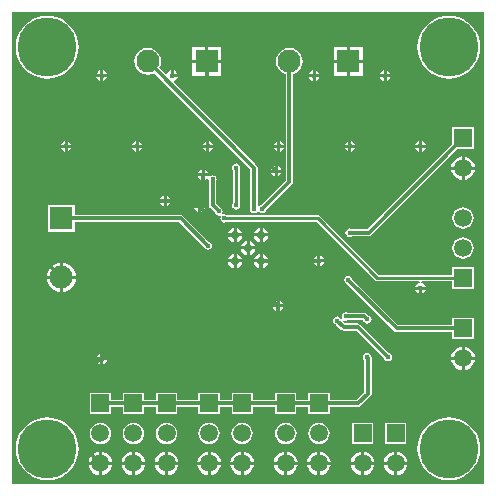
<source format=gbl>
G04*
G04 #@! TF.GenerationSoftware,Altium Limited,Altium Designer,21.7.2 (23)*
G04*
G04 Layer_Physical_Order=2*
G04 Layer_Color=16711680*
%FSLAX25Y25*%
%MOIN*%
G70*
G04*
G04 #@! TF.SameCoordinates,D7E17CD3-6D55-4483-A905-566B995BA5DE*
G04*
G04*
G04 #@! TF.FilePolarity,Positive*
G04*
G01*
G75*
%ADD11C,0.01000*%
%ADD36C,0.01181*%
%ADD37C,0.05906*%
%ADD38R,0.05906X0.05906*%
%ADD39C,0.07677*%
%ADD40R,0.07677X0.07677*%
%ADD41R,0.07677X0.07677*%
%ADD42C,0.19685*%
%ADD43C,0.01575*%
%ADD44C,0.02756*%
G36*
X157480Y0D02*
X0D01*
Y157480D01*
X157480D01*
Y0D01*
D02*
G37*
%LPC*%
G36*
X117044Y145783D02*
X112706D01*
Y141445D01*
X117044D01*
Y145783D01*
D02*
G37*
G36*
X111706D02*
X107367D01*
Y141445D01*
X111706D01*
Y145783D01*
D02*
G37*
G36*
X69799Y145783D02*
X65461D01*
Y141445D01*
X69799D01*
Y145783D01*
D02*
G37*
G36*
X64461D02*
X60122D01*
Y141445D01*
X64461D01*
Y145783D01*
D02*
G37*
G36*
X124909Y137943D02*
Y136721D01*
X126132D01*
X126093Y136918D01*
X125698Y137509D01*
X125107Y137904D01*
X124909Y137943D01*
D02*
G37*
G36*
X123909D02*
X123712Y137904D01*
X123121Y137509D01*
X122726Y136918D01*
X122687Y136721D01*
X123909D01*
Y137943D01*
D02*
G37*
G36*
X101287D02*
Y136721D01*
X102510D01*
X102471Y136918D01*
X102076Y137509D01*
X101485Y137904D01*
X101287Y137943D01*
D02*
G37*
G36*
X100287D02*
X100090Y137904D01*
X99499Y137509D01*
X99104Y136918D01*
X99064Y136721D01*
X100287D01*
Y137943D01*
D02*
G37*
G36*
X54043D02*
Y136721D01*
X55266D01*
X55227Y136918D01*
X54832Y137509D01*
X54241Y137904D01*
X54043Y137943D01*
D02*
G37*
G36*
X30421D02*
Y136721D01*
X31644D01*
X31605Y136918D01*
X31210Y137509D01*
X30619Y137904D01*
X30421Y137943D01*
D02*
G37*
G36*
X29421D02*
X29224Y137904D01*
X28633Y137509D01*
X28238Y136918D01*
X28198Y136721D01*
X29421D01*
Y137943D01*
D02*
G37*
G36*
X117044Y140445D02*
X112706D01*
Y136106D01*
X117044D01*
Y140445D01*
D02*
G37*
G36*
X111706D02*
X107367D01*
Y136106D01*
X111706D01*
Y140445D01*
D02*
G37*
G36*
X69799Y140445D02*
X65461D01*
Y136106D01*
X69799D01*
Y140445D01*
D02*
G37*
G36*
X64461D02*
X60122D01*
Y136106D01*
X64461D01*
Y140445D01*
D02*
G37*
G36*
X145669Y156135D02*
X144032Y156006D01*
X142435Y155622D01*
X140918Y154994D01*
X139518Y154136D01*
X138269Y153069D01*
X137203Y151821D01*
X136345Y150420D01*
X135716Y148903D01*
X135333Y147306D01*
X135204Y145669D01*
X135333Y144032D01*
X135716Y142435D01*
X136345Y140918D01*
X137203Y139518D01*
X138269Y138269D01*
X139518Y137203D01*
X140918Y136345D01*
X142435Y135716D01*
X144032Y135333D01*
X145669Y135204D01*
X147306Y135333D01*
X148903Y135716D01*
X150420Y136345D01*
X151821Y137203D01*
X153069Y138269D01*
X154136Y139518D01*
X154994Y140918D01*
X155622Y142435D01*
X156006Y144032D01*
X156135Y145669D01*
X156006Y147306D01*
X155622Y148903D01*
X154994Y150420D01*
X154136Y151821D01*
X153069Y153069D01*
X151821Y154136D01*
X150420Y154994D01*
X148903Y155622D01*
X147306Y156006D01*
X145669Y156135D01*
D02*
G37*
G36*
X11811D02*
X10174Y156006D01*
X8577Y155622D01*
X7060Y154994D01*
X5660Y154136D01*
X4411Y153069D01*
X3344Y151821D01*
X2486Y150420D01*
X1858Y148903D01*
X1474Y147306D01*
X1346Y145669D01*
X1474Y144032D01*
X1858Y142435D01*
X2486Y140918D01*
X3344Y139518D01*
X4411Y138269D01*
X5660Y137203D01*
X7060Y136345D01*
X8577Y135716D01*
X10174Y135333D01*
X11811Y135204D01*
X13448Y135333D01*
X15045Y135716D01*
X16562Y136345D01*
X17962Y137203D01*
X19211Y138269D01*
X20278Y139518D01*
X21136Y140918D01*
X21764Y142435D01*
X22148Y144032D01*
X22276Y145669D01*
X22148Y147306D01*
X21764Y148903D01*
X21136Y150420D01*
X20278Y151821D01*
X19211Y153069D01*
X17962Y154136D01*
X16562Y154994D01*
X15045Y155622D01*
X13448Y156006D01*
X11811Y156135D01*
D02*
G37*
G36*
X126132Y135721D02*
X124909D01*
Y134497D01*
X125107Y134537D01*
X125698Y134932D01*
X126093Y135523D01*
X126132Y135721D01*
D02*
G37*
G36*
X123909D02*
X122687D01*
X122726Y135523D01*
X123121Y134932D01*
X123712Y134537D01*
X123909Y134497D01*
Y135721D01*
D02*
G37*
G36*
X102510D02*
X101287D01*
Y134497D01*
X101485Y134537D01*
X102076Y134932D01*
X102471Y135523D01*
X102510Y135721D01*
D02*
G37*
G36*
X100287D02*
X99064D01*
X99104Y135523D01*
X99499Y134932D01*
X100090Y134537D01*
X100287Y134497D01*
Y135721D01*
D02*
G37*
G36*
X31644D02*
X30421D01*
Y134497D01*
X30619Y134537D01*
X31210Y134932D01*
X31605Y135523D01*
X31644Y135721D01*
D02*
G37*
G36*
X29421D02*
X28198D01*
X28238Y135523D01*
X28633Y134932D01*
X29224Y134537D01*
X29421Y134497D01*
Y135721D01*
D02*
G37*
G36*
X136721Y114321D02*
Y113099D01*
X137943D01*
X137904Y113296D01*
X137509Y113887D01*
X136918Y114282D01*
X136721Y114321D01*
D02*
G37*
G36*
X135721D02*
X135523Y114282D01*
X134932Y113887D01*
X134537Y113296D01*
X134497Y113099D01*
X135721D01*
Y114321D01*
D02*
G37*
G36*
X113099D02*
Y113099D01*
X114321D01*
X114282Y113296D01*
X113887Y113887D01*
X113296Y114282D01*
X113099Y114321D01*
D02*
G37*
G36*
X112099D02*
X111901Y114282D01*
X111310Y113887D01*
X110915Y113296D01*
X110875Y113099D01*
X112099D01*
Y114321D01*
D02*
G37*
G36*
X89476D02*
Y113099D01*
X90699D01*
X90660Y113296D01*
X90265Y113887D01*
X89674Y114282D01*
X89476Y114321D01*
D02*
G37*
G36*
X88476D02*
X88279Y114282D01*
X87688Y113887D01*
X87293Y113296D01*
X87253Y113099D01*
X88476D01*
Y114321D01*
D02*
G37*
G36*
X65854D02*
Y113099D01*
X67077D01*
X67038Y113296D01*
X66643Y113887D01*
X66052Y114282D01*
X65854Y114321D01*
D02*
G37*
G36*
X64854D02*
X64657Y114282D01*
X64066Y113887D01*
X63671Y113296D01*
X63631Y113099D01*
X64854D01*
Y114321D01*
D02*
G37*
G36*
X42232D02*
Y113099D01*
X43455D01*
X43416Y113296D01*
X43021Y113887D01*
X42430Y114282D01*
X42232Y114321D01*
D02*
G37*
G36*
X41232D02*
X41035Y114282D01*
X40444Y113887D01*
X40049Y113296D01*
X40009Y113099D01*
X41232D01*
Y114321D01*
D02*
G37*
G36*
X18610D02*
Y113099D01*
X19833D01*
X19794Y113296D01*
X19399Y113887D01*
X18808Y114282D01*
X18610Y114321D01*
D02*
G37*
G36*
X17610D02*
X17413Y114282D01*
X16822Y113887D01*
X16427Y113296D01*
X16387Y113099D01*
X17610D01*
Y114321D01*
D02*
G37*
G36*
X137943Y112099D02*
X136721D01*
Y110875D01*
X136918Y110915D01*
X137509Y111310D01*
X137904Y111901D01*
X137943Y112099D01*
D02*
G37*
G36*
X135721D02*
X134497D01*
X134537Y111901D01*
X134932Y111310D01*
X135523Y110915D01*
X135721Y110875D01*
Y112099D01*
D02*
G37*
G36*
X114321D02*
X113099D01*
Y110875D01*
X113296Y110915D01*
X113887Y111310D01*
X114282Y111901D01*
X114321Y112099D01*
D02*
G37*
G36*
X112099D02*
X110875D01*
X110915Y111901D01*
X111310Y111310D01*
X111901Y110915D01*
X112099Y110875D01*
Y112099D01*
D02*
G37*
G36*
X90699D02*
X89476D01*
Y110875D01*
X89674Y110915D01*
X90265Y111310D01*
X90660Y111901D01*
X90699Y112099D01*
D02*
G37*
G36*
X88476D02*
X87253D01*
X87293Y111901D01*
X87688Y111310D01*
X88279Y110915D01*
X88476Y110875D01*
Y112099D01*
D02*
G37*
G36*
X67077D02*
X65854D01*
Y110875D01*
X66052Y110915D01*
X66643Y111310D01*
X67038Y111901D01*
X67077Y112099D01*
D02*
G37*
G36*
X64854D02*
X63631D01*
X63671Y111901D01*
X64066Y111310D01*
X64657Y110915D01*
X64854Y110875D01*
Y112099D01*
D02*
G37*
G36*
X43455D02*
X42232D01*
Y110875D01*
X42430Y110915D01*
X43021Y111310D01*
X43416Y111901D01*
X43455Y112099D01*
D02*
G37*
G36*
X41232D02*
X40009D01*
X40049Y111901D01*
X40444Y111310D01*
X41035Y110915D01*
X41232Y110875D01*
Y112099D01*
D02*
G37*
G36*
X19833D02*
X18610D01*
Y110875D01*
X18808Y110915D01*
X19399Y111310D01*
X19794Y111901D01*
X19833Y112099D01*
D02*
G37*
G36*
X17610D02*
X16387D01*
X16427Y111901D01*
X16822Y111310D01*
X17413Y110915D01*
X17610Y110875D01*
Y112099D01*
D02*
G37*
G36*
X150894Y109275D02*
Y105854D01*
X154315D01*
X154245Y106386D01*
X153846Y107348D01*
X153213Y108174D01*
X152387Y108807D01*
X151426Y109205D01*
X150894Y109275D01*
D02*
G37*
G36*
X149894D02*
X149362Y109205D01*
X148400Y108807D01*
X147575Y108174D01*
X146941Y107348D01*
X146543Y106386D01*
X146473Y105854D01*
X149894D01*
Y109275D01*
D02*
G37*
G36*
X88689Y106054D02*
Y104831D01*
X89912D01*
X89873Y105028D01*
X89478Y105619D01*
X88886Y106014D01*
X88689Y106054D01*
D02*
G37*
G36*
X87689D02*
X87492Y106014D01*
X86900Y105619D01*
X86505Y105028D01*
X86466Y104831D01*
X87689D01*
Y106054D01*
D02*
G37*
G36*
X64280Y104873D02*
Y103650D01*
X65503D01*
X65463Y103847D01*
X65068Y104438D01*
X64477Y104833D01*
X64280Y104873D01*
D02*
G37*
G36*
X63279D02*
X63082Y104833D01*
X62491Y104438D01*
X62096Y103847D01*
X62057Y103650D01*
X63279D01*
Y104873D01*
D02*
G37*
G36*
X66929Y102980D02*
X66391Y102873D01*
X66005Y102615D01*
X65914Y102650D01*
X64280D01*
Y101427D01*
X64477Y101466D01*
X65068Y101861D01*
X65073Y101868D01*
X65544Y101672D01*
X65524Y101575D01*
X65631Y101037D01*
X65725Y100897D01*
Y92913D01*
X65725Y92913D01*
X65817Y92453D01*
X66078Y92062D01*
X67567Y90573D01*
X67600Y90407D01*
X67904Y89951D01*
X68360Y89647D01*
X68898Y89540D01*
X69301Y89620D01*
X69609Y89265D01*
X69631Y89215D01*
X69568Y89120D01*
X69461Y88583D01*
X69568Y88045D01*
X69873Y87589D01*
X70328Y87285D01*
X70866Y87178D01*
X71404Y87285D01*
X71682Y87471D01*
X101508D01*
X121025Y67954D01*
X121386Y67713D01*
X121811Y67628D01*
X135792D01*
X135969Y67202D01*
X135974Y67154D01*
X135523Y67038D01*
X134932Y66643D01*
X134537Y66052D01*
X134497Y65854D01*
X137943D01*
X137904Y66052D01*
X137509Y66643D01*
X136918Y67038D01*
X136467Y67154D01*
X136472Y67202D01*
X136649Y67628D01*
X146850D01*
Y65197D01*
X153937D01*
Y72284D01*
X146850D01*
Y69852D01*
X122272D01*
X102755Y89369D01*
X102394Y89610D01*
X101969Y89695D01*
X101969Y89695D01*
X71682D01*
X71404Y89881D01*
X70866Y89988D01*
X70463Y89907D01*
X70155Y90263D01*
X70132Y90313D01*
X70196Y90407D01*
X70303Y90945D01*
X70196Y91483D01*
X69891Y91938D01*
X69435Y92243D01*
X69270Y92276D01*
X68133Y93412D01*
Y100897D01*
X68227Y101037D01*
X68334Y101575D01*
X68227Y102112D01*
X67923Y102568D01*
X67467Y102873D01*
X66929Y102980D01*
D02*
G37*
G36*
X89912Y103831D02*
X88689D01*
Y102608D01*
X88886Y102647D01*
X89478Y103042D01*
X89873Y103633D01*
X89912Y103831D01*
D02*
G37*
G36*
X87689D02*
X86466D01*
X86505Y103633D01*
X86900Y103042D01*
X87492Y102647D01*
X87689Y102608D01*
Y103831D01*
D02*
G37*
G36*
X154315Y104854D02*
X150894D01*
Y101433D01*
X151426Y101503D01*
X152387Y101902D01*
X153213Y102535D01*
X153846Y103361D01*
X154245Y104323D01*
X154315Y104854D01*
D02*
G37*
G36*
X149894D02*
X146473D01*
X146543Y104323D01*
X146941Y103361D01*
X147575Y102535D01*
X148400Y101902D01*
X149362Y101503D01*
X149894Y101433D01*
Y104854D01*
D02*
G37*
G36*
X63279Y102650D02*
X62057D01*
X62096Y102452D01*
X62491Y101861D01*
X63082Y101466D01*
X63279Y101427D01*
Y102650D01*
D02*
G37*
G36*
X51681Y96211D02*
Y94988D01*
X52904D01*
X52865Y95186D01*
X52470Y95777D01*
X51878Y96172D01*
X51681Y96211D01*
D02*
G37*
G36*
X50681D02*
X50484Y96172D01*
X49893Y95777D01*
X49497Y95186D01*
X49458Y94988D01*
X50681D01*
Y96211D01*
D02*
G37*
G36*
X63098Y94243D02*
Y93020D01*
X64321D01*
X64282Y93217D01*
X63887Y93808D01*
X63296Y94203D01*
X63098Y94243D01*
D02*
G37*
G36*
X62098D02*
X61901Y94203D01*
X61310Y93808D01*
X60915Y93217D01*
X60875Y93020D01*
X62098D01*
Y94243D01*
D02*
G37*
G36*
X52904Y93988D02*
X51681D01*
Y92765D01*
X51878Y92804D01*
X52470Y93199D01*
X52865Y93791D01*
X52904Y93988D01*
D02*
G37*
G36*
X50681D02*
X49458D01*
X49497Y93791D01*
X49893Y93199D01*
X50484Y92804D01*
X50681Y92765D01*
Y93988D01*
D02*
G37*
G36*
X92521Y145412D02*
X91364Y145260D01*
X90287Y144814D01*
X89362Y144104D01*
X88652Y143179D01*
X88205Y142101D01*
X88053Y140945D01*
X88205Y139789D01*
X88652Y138711D01*
X89362Y137786D01*
X90287Y137076D01*
X91316Y136650D01*
Y101287D01*
X83092Y93063D01*
X82927Y93030D01*
X82471Y92726D01*
X82413Y92639D01*
X81913Y92790D01*
Y105512D01*
X81821Y105973D01*
X81560Y106363D01*
X53954Y133970D01*
X54118Y134512D01*
X54241Y134537D01*
X54832Y134932D01*
X55227Y135523D01*
X55266Y135721D01*
X53543D01*
Y136221D01*
X53043D01*
Y137943D01*
X52846Y137904D01*
X52255Y137509D01*
X51860Y136918D01*
X51835Y136795D01*
X51293Y136631D01*
X49164Y138759D01*
X49591Y139789D01*
X49743Y140945D01*
X49591Y142101D01*
X49145Y143179D01*
X48434Y144104D01*
X47509Y144814D01*
X46432Y145260D01*
X45276Y145412D01*
X44119Y145260D01*
X43042Y144814D01*
X42117Y144104D01*
X41407Y143179D01*
X40960Y142101D01*
X40808Y140945D01*
X40960Y139789D01*
X41407Y138711D01*
X42117Y137786D01*
X43042Y137076D01*
X44119Y136630D01*
X45276Y136477D01*
X46432Y136630D01*
X47461Y137056D01*
X79504Y105013D01*
Y92410D01*
X79411Y92270D01*
X79304Y91732D01*
X79411Y91195D01*
X79715Y90739D01*
X80171Y90434D01*
X80709Y90327D01*
X81246Y90434D01*
X81702Y90739D01*
X81786Y90864D01*
X82387D01*
X82471Y90739D01*
X82927Y90434D01*
X83465Y90327D01*
X84002Y90434D01*
X84458Y90739D01*
X84763Y91195D01*
X84795Y91360D01*
X93372Y99937D01*
X93372Y99937D01*
X93633Y100328D01*
X93725Y100788D01*
X93725Y100788D01*
Y136650D01*
X94754Y137076D01*
X95679Y137786D01*
X96390Y138711D01*
X96836Y139789D01*
X96988Y140945D01*
X96836Y142101D01*
X96390Y143179D01*
X95679Y144104D01*
X94754Y144814D01*
X93677Y145260D01*
X92521Y145412D01*
D02*
G37*
G36*
X74803Y106917D02*
X74265Y106810D01*
X73810Y106505D01*
X73505Y106050D01*
X73398Y105512D01*
X73505Y104974D01*
X73691Y104696D01*
Y93730D01*
X73505Y93451D01*
X73398Y92913D01*
X73505Y92376D01*
X73810Y91920D01*
X74265Y91615D01*
X74803Y91508D01*
X75341Y91615D01*
X75797Y91920D01*
X76101Y92376D01*
X76208Y92913D01*
X76101Y93451D01*
X75915Y93730D01*
Y104696D01*
X76101Y104974D01*
X76208Y105512D01*
X76101Y106050D01*
X75797Y106505D01*
X75341Y106810D01*
X74803Y106917D01*
D02*
G37*
G36*
X64321Y92020D02*
X63098D01*
Y90797D01*
X63296Y90836D01*
X63887Y91231D01*
X64282Y91822D01*
X64321Y92020D01*
D02*
G37*
G36*
X62098D02*
X60875D01*
X60915Y91822D01*
X61310Y91231D01*
X61901Y90836D01*
X62098Y90797D01*
Y92020D01*
D02*
G37*
G36*
X150394Y92314D02*
X149469Y92192D01*
X148607Y91835D01*
X147867Y91267D01*
X147299Y90527D01*
X146942Y89665D01*
X146820Y88740D01*
X146942Y87815D01*
X147299Y86953D01*
X147867Y86213D01*
X148607Y85645D01*
X149469Y85288D01*
X150394Y85166D01*
X151319Y85288D01*
X152181Y85645D01*
X152921Y86213D01*
X153489Y86953D01*
X153846Y87815D01*
X153968Y88740D01*
X153846Y89665D01*
X153489Y90527D01*
X152921Y91267D01*
X152181Y91835D01*
X151319Y92192D01*
X150394Y92314D01*
D02*
G37*
G36*
X153937Y118898D02*
X146850D01*
Y113514D01*
X118399Y85062D01*
X113276D01*
X113136Y85156D01*
X112598Y85263D01*
X112061Y85156D01*
X111605Y84852D01*
X111300Y84396D01*
X111194Y83858D01*
X111300Y83321D01*
X111605Y82865D01*
X112061Y82560D01*
X112598Y82453D01*
X113136Y82560D01*
X113276Y82654D01*
X118898D01*
X118898Y82654D01*
X119359Y82746D01*
X119749Y83007D01*
X148553Y111811D01*
X153937D01*
Y118898D01*
D02*
G37*
G36*
X83571Y85396D02*
Y83571D01*
X85396D01*
X85311Y83999D01*
X84785Y84785D01*
X83999Y85311D01*
X83571Y85396D01*
D02*
G37*
G36*
X82571D02*
X82143Y85311D01*
X81357Y84785D01*
X80831Y83999D01*
X80746Y83571D01*
X82571D01*
Y85396D01*
D02*
G37*
G36*
X74910D02*
Y83571D01*
X76735D01*
X76649Y83999D01*
X76124Y84785D01*
X75337Y85311D01*
X74910Y85396D01*
D02*
G37*
G36*
X73909D02*
X73482Y85311D01*
X72695Y84785D01*
X72170Y83999D01*
X72084Y83571D01*
X73909D01*
Y85396D01*
D02*
G37*
G36*
X85396Y82571D02*
X83571D01*
Y80746D01*
X83999Y80831D01*
X84785Y81357D01*
X85311Y82143D01*
X85396Y82571D01*
D02*
G37*
G36*
X82571D02*
X80746D01*
X80831Y82143D01*
X81357Y81357D01*
X82143Y80831D01*
X82571Y80746D01*
Y82571D01*
D02*
G37*
G36*
X76735D02*
X74910D01*
Y80746D01*
X75337Y80831D01*
X76124Y81357D01*
X76649Y82143D01*
X76735Y82571D01*
D02*
G37*
G36*
X73909D02*
X72084D01*
X72170Y82143D01*
X72695Y81357D01*
X73482Y80831D01*
X73909Y80746D01*
Y82571D01*
D02*
G37*
G36*
X79240Y81065D02*
Y79240D01*
X81065D01*
X80980Y79668D01*
X80455Y80455D01*
X79668Y80980D01*
X79240Y81065D01*
D02*
G37*
G36*
X78240D02*
X77812Y80980D01*
X77026Y80455D01*
X76500Y79668D01*
X76415Y79240D01*
X78240D01*
Y81065D01*
D02*
G37*
G36*
X20965Y93013D02*
X12106D01*
Y84154D01*
X20965D01*
Y87379D01*
X55800D01*
X64023Y79155D01*
X64056Y78990D01*
X64361Y78534D01*
X64817Y78230D01*
X65354Y78123D01*
X65892Y78230D01*
X66348Y78534D01*
X66652Y78990D01*
X66759Y79528D01*
X66652Y80065D01*
X66348Y80521D01*
X65892Y80826D01*
X65726Y80858D01*
X57150Y89435D01*
X56759Y89696D01*
X56298Y89788D01*
X56298Y89788D01*
X20965D01*
Y93013D01*
D02*
G37*
G36*
X81065Y78240D02*
X79240D01*
Y76415D01*
X79668Y76500D01*
X80455Y77026D01*
X80980Y77812D01*
X81065Y78240D01*
D02*
G37*
G36*
X78240D02*
X76415D01*
X76500Y77812D01*
X77026Y77026D01*
X77812Y76500D01*
X78240Y76415D01*
Y78240D01*
D02*
G37*
G36*
X150394Y82314D02*
X149469Y82192D01*
X148607Y81835D01*
X147867Y81267D01*
X147299Y80527D01*
X146942Y79665D01*
X146820Y78740D01*
X146942Y77815D01*
X147299Y76953D01*
X147867Y76213D01*
X148607Y75645D01*
X149469Y75288D01*
X150394Y75166D01*
X151319Y75288D01*
X152181Y75645D01*
X152921Y76213D01*
X153489Y76953D01*
X153846Y77815D01*
X153968Y78740D01*
X153846Y79665D01*
X153489Y80527D01*
X152921Y81267D01*
X152181Y81835D01*
X151319Y82192D01*
X150394Y82314D01*
D02*
G37*
G36*
X102862Y76132D02*
Y74910D01*
X104085D01*
X104046Y75107D01*
X103651Y75698D01*
X103060Y76093D01*
X102862Y76132D01*
D02*
G37*
G36*
X101862D02*
X101665Y76093D01*
X101074Y75698D01*
X100679Y75107D01*
X100639Y74910D01*
X101862D01*
Y76132D01*
D02*
G37*
G36*
X83571Y76735D02*
Y74910D01*
X85396D01*
X85311Y75337D01*
X84785Y76124D01*
X83999Y76649D01*
X83571Y76735D01*
D02*
G37*
G36*
X82571D02*
X82143Y76649D01*
X81357Y76124D01*
X80831Y75337D01*
X80746Y74910D01*
X82571D01*
Y76735D01*
D02*
G37*
G36*
X74910D02*
Y74910D01*
X76735D01*
X76649Y75337D01*
X76124Y76124D01*
X75337Y76649D01*
X74910Y76735D01*
D02*
G37*
G36*
X73909D02*
X73482Y76649D01*
X72695Y76124D01*
X72170Y75337D01*
X72084Y74910D01*
X73909D01*
Y76735D01*
D02*
G37*
G36*
X104085Y73909D02*
X102862D01*
Y72686D01*
X103060Y72726D01*
X103651Y73121D01*
X104046Y73712D01*
X104085Y73909D01*
D02*
G37*
G36*
X101862D02*
X100639D01*
X100679Y73712D01*
X101074Y73121D01*
X101665Y72726D01*
X101862Y72686D01*
Y73909D01*
D02*
G37*
G36*
X85396D02*
X83571D01*
Y72084D01*
X83999Y72170D01*
X84785Y72695D01*
X85311Y73482D01*
X85396Y73909D01*
D02*
G37*
G36*
X82571D02*
X80746D01*
X80831Y73482D01*
X81357Y72695D01*
X82143Y72170D01*
X82571Y72084D01*
Y73909D01*
D02*
G37*
G36*
X76735D02*
X74910D01*
Y72084D01*
X75337Y72170D01*
X76124Y72695D01*
X76649Y73482D01*
X76735Y73909D01*
D02*
G37*
G36*
X73909D02*
X72084D01*
X72170Y73482D01*
X72695Y72695D01*
X73482Y72170D01*
X73909Y72084D01*
Y73909D01*
D02*
G37*
G36*
X17035Y73713D02*
Y69399D01*
X21350D01*
X21249Y70162D01*
X20762Y71339D01*
X19986Y72350D01*
X18976Y73125D01*
X17798Y73613D01*
X17035Y73713D01*
D02*
G37*
G36*
X16035D02*
X15272Y73613D01*
X14095Y73125D01*
X13084Y72350D01*
X12309Y71339D01*
X11821Y70162D01*
X11721Y69399D01*
X16035D01*
Y73713D01*
D02*
G37*
G36*
X21350Y68399D02*
X17035D01*
Y64084D01*
X17798Y64185D01*
X18976Y64672D01*
X19986Y65448D01*
X20762Y66458D01*
X21249Y67636D01*
X21350Y68399D01*
D02*
G37*
G36*
X16035D02*
X11721D01*
X11821Y67636D01*
X12309Y66458D01*
X13084Y65448D01*
X14095Y64672D01*
X15272Y64185D01*
X16035Y64084D01*
Y68399D01*
D02*
G37*
G36*
X137943Y64854D02*
X136721D01*
Y63631D01*
X136918Y63671D01*
X137509Y64066D01*
X137904Y64657D01*
X137943Y64854D01*
D02*
G37*
G36*
X135721D02*
X134497D01*
X134537Y64657D01*
X134932Y64066D01*
X135523Y63671D01*
X135721Y63631D01*
Y64854D01*
D02*
G37*
G36*
X89280Y61172D02*
Y59949D01*
X90503D01*
X90463Y60146D01*
X90068Y60738D01*
X89477Y61133D01*
X89280Y61172D01*
D02*
G37*
G36*
X88279D02*
X88082Y61133D01*
X87491Y60738D01*
X87096Y60146D01*
X87057Y59949D01*
X88279D01*
Y61172D01*
D02*
G37*
G36*
X90503Y58949D02*
X89280D01*
Y57726D01*
X89477Y57765D01*
X90068Y58160D01*
X90463Y58751D01*
X90503Y58949D01*
D02*
G37*
G36*
X88279D02*
X87057D01*
X87096Y58751D01*
X87491Y58160D01*
X88082Y57765D01*
X88279Y57726D01*
Y58949D01*
D02*
G37*
G36*
X111417Y57310D02*
X110880Y57204D01*
X110424Y56899D01*
X110119Y56443D01*
X110012Y55905D01*
X110119Y55368D01*
X109686Y55180D01*
X109458Y55521D01*
X109002Y55826D01*
X108465Y55932D01*
X107927Y55826D01*
X107471Y55521D01*
X107167Y55065D01*
X107060Y54528D01*
X107167Y53990D01*
X107471Y53534D01*
X107927Y53230D01*
X108092Y53197D01*
X109778Y51511D01*
X110169Y51250D01*
X110630Y51158D01*
X114856D01*
X124063Y41951D01*
X124096Y41785D01*
X124400Y41329D01*
X124856Y41025D01*
X125394Y40918D01*
X125931Y41025D01*
X126387Y41329D01*
X126692Y41785D01*
X126799Y42323D01*
X126692Y42860D01*
X126387Y43316D01*
X125931Y43621D01*
X125766Y43654D01*
X116206Y53214D01*
X115815Y53475D01*
X115354Y53566D01*
X115354Y53566D01*
X111129D01*
X110305Y54390D01*
X110624Y54778D01*
X110880Y54607D01*
X111417Y54501D01*
X111955Y54607D01*
X112095Y54701D01*
X116914D01*
X117200Y54416D01*
X117206Y54384D01*
X117510Y53928D01*
X117966Y53623D01*
X118504Y53516D01*
X119042Y53623D01*
X119497Y53928D01*
X119802Y54384D01*
X119909Y54921D01*
X119802Y55459D01*
X119497Y55915D01*
X119042Y56219D01*
X118743Y56279D01*
X118265Y56757D01*
X117874Y57018D01*
X117413Y57110D01*
X117413Y57110D01*
X112095D01*
X111955Y57204D01*
X111417Y57310D01*
D02*
G37*
G36*
X112205Y69515D02*
X111667Y69408D01*
X111211Y69104D01*
X110907Y68648D01*
X110800Y68110D01*
X110907Y67573D01*
X111211Y67117D01*
X111667Y66812D01*
X111833Y66779D01*
X127495Y51117D01*
X127495Y51117D01*
X127886Y50856D01*
X128347Y50764D01*
X128347Y50764D01*
X146850D01*
Y48425D01*
X153937D01*
Y55512D01*
X146850D01*
Y53173D01*
X128845D01*
X113536Y68482D01*
X113503Y68648D01*
X113198Y69104D01*
X112742Y69408D01*
X112205Y69515D01*
D02*
G37*
G36*
X150894Y45889D02*
Y42469D01*
X154315D01*
X154245Y43000D01*
X153846Y43962D01*
X153213Y44788D01*
X152387Y45421D01*
X151426Y45820D01*
X150894Y45889D01*
D02*
G37*
G36*
X149894D02*
X149362Y45820D01*
X148400Y45421D01*
X147575Y44788D01*
X146941Y43962D01*
X146543Y43000D01*
X146473Y42469D01*
X149894D01*
Y45889D01*
D02*
G37*
G36*
X30421Y43455D02*
Y42232D01*
X31644D01*
X31605Y42430D01*
X31210Y43021D01*
X30619Y43416D01*
X30421Y43455D01*
D02*
G37*
G36*
X29421D02*
X29224Y43416D01*
X28633Y43021D01*
X28238Y42430D01*
X28198Y42232D01*
X29421D01*
Y43455D01*
D02*
G37*
G36*
X31644Y41232D02*
X30421D01*
Y40009D01*
X30619Y40049D01*
X31210Y40444D01*
X31605Y41035D01*
X31644Y41232D01*
D02*
G37*
G36*
X29421D02*
X28198D01*
X28238Y41035D01*
X28633Y40444D01*
X29224Y40049D01*
X29421Y40009D01*
Y41232D01*
D02*
G37*
G36*
X154315Y41469D02*
X150894D01*
Y38048D01*
X151426Y38118D01*
X152387Y38516D01*
X153213Y39149D01*
X153846Y39975D01*
X154245Y40937D01*
X154315Y41469D01*
D02*
G37*
G36*
X149894D02*
X146473D01*
X146543Y40937D01*
X146941Y39975D01*
X147575Y39149D01*
X148400Y38516D01*
X149362Y38118D01*
X149894Y38048D01*
Y41469D01*
D02*
G37*
G36*
X118504Y43728D02*
X117966Y43621D01*
X117510Y43316D01*
X117206Y42860D01*
X117099Y42323D01*
X117206Y41785D01*
X117497Y41350D01*
Y30724D01*
X114906Y28133D01*
X105905D01*
Y30472D01*
X98819D01*
Y28133D01*
X94882D01*
Y30472D01*
X87795D01*
Y28133D01*
X80315D01*
Y30472D01*
X73228D01*
Y28133D01*
X69291D01*
Y30472D01*
X62205D01*
Y28133D01*
X55118D01*
Y30472D01*
X48031D01*
Y28133D01*
X44094D01*
Y30472D01*
X37008D01*
Y28133D01*
X33071D01*
Y30472D01*
X25984D01*
Y23386D01*
X33071D01*
Y25725D01*
X37008D01*
Y23386D01*
X44094D01*
Y25725D01*
X48031D01*
Y23386D01*
X55118D01*
Y25725D01*
X62205D01*
Y23386D01*
X69291D01*
Y25725D01*
X73228D01*
Y23386D01*
X80315D01*
Y25725D01*
X87795D01*
Y23386D01*
X94882D01*
Y25725D01*
X98819D01*
Y23386D01*
X105905D01*
Y25725D01*
X115405D01*
X115405Y25725D01*
X115866Y25817D01*
X116257Y26078D01*
X119552Y29373D01*
X119552Y29373D01*
X119813Y29764D01*
X119905Y30225D01*
Y42126D01*
X119905Y42126D01*
X119887Y42215D01*
X119909Y42323D01*
X119802Y42860D01*
X119497Y43316D01*
X119042Y43621D01*
X118504Y43728D01*
D02*
G37*
G36*
X131496Y20472D02*
X124409D01*
Y13386D01*
X131496D01*
Y20472D01*
D02*
G37*
G36*
X120472D02*
X113386D01*
Y13386D01*
X120472D01*
Y20472D01*
D02*
G37*
G36*
X102362Y20503D02*
X101437Y20381D01*
X100575Y20024D01*
X99835Y19456D01*
X99267Y18716D01*
X98910Y17854D01*
X98788Y16929D01*
X98910Y16004D01*
X99267Y15142D01*
X99835Y14402D01*
X100575Y13834D01*
X101437Y13477D01*
X102362Y13355D01*
X103287Y13477D01*
X104149Y13834D01*
X104889Y14402D01*
X105457Y15142D01*
X105814Y16004D01*
X105936Y16929D01*
X105814Y17854D01*
X105457Y18716D01*
X104889Y19456D01*
X104149Y20024D01*
X103287Y20381D01*
X102362Y20503D01*
D02*
G37*
G36*
X91339D02*
X90414Y20381D01*
X89552Y20024D01*
X88811Y19456D01*
X88244Y18716D01*
X87887Y17854D01*
X87765Y16929D01*
X87887Y16004D01*
X88244Y15142D01*
X88811Y14402D01*
X89552Y13834D01*
X90414Y13477D01*
X91339Y13355D01*
X92264Y13477D01*
X93125Y13834D01*
X93866Y14402D01*
X94434Y15142D01*
X94791Y16004D01*
X94912Y16929D01*
X94791Y17854D01*
X94434Y18716D01*
X93866Y19456D01*
X93125Y20024D01*
X92264Y20381D01*
X91339Y20503D01*
D02*
G37*
G36*
X76772D02*
X75847Y20381D01*
X74985Y20024D01*
X74244Y19456D01*
X73677Y18716D01*
X73320Y17854D01*
X73198Y16929D01*
X73320Y16004D01*
X73677Y15142D01*
X74244Y14402D01*
X74985Y13834D01*
X75847Y13477D01*
X76772Y13355D01*
X77697Y13477D01*
X78559Y13834D01*
X79299Y14402D01*
X79867Y15142D01*
X80224Y16004D01*
X80345Y16929D01*
X80224Y17854D01*
X79867Y18716D01*
X79299Y19456D01*
X78559Y20024D01*
X77697Y20381D01*
X76772Y20503D01*
D02*
G37*
G36*
X65748D02*
X64823Y20381D01*
X63961Y20024D01*
X63221Y19456D01*
X62653Y18716D01*
X62296Y17854D01*
X62174Y16929D01*
X62296Y16004D01*
X62653Y15142D01*
X63221Y14402D01*
X63961Y13834D01*
X64823Y13477D01*
X65748Y13355D01*
X66673Y13477D01*
X67535Y13834D01*
X68275Y14402D01*
X68843Y15142D01*
X69200Y16004D01*
X69322Y16929D01*
X69200Y17854D01*
X68843Y18716D01*
X68275Y19456D01*
X67535Y20024D01*
X66673Y20381D01*
X65748Y20503D01*
D02*
G37*
G36*
X51575D02*
X50650Y20381D01*
X49788Y20024D01*
X49048Y19456D01*
X48480Y18716D01*
X48123Y17854D01*
X48001Y16929D01*
X48123Y16004D01*
X48480Y15142D01*
X49048Y14402D01*
X49788Y13834D01*
X50650Y13477D01*
X51575Y13355D01*
X52500Y13477D01*
X53362Y13834D01*
X54102Y14402D01*
X54670Y15142D01*
X55027Y16004D01*
X55149Y16929D01*
X55027Y17854D01*
X54670Y18716D01*
X54102Y19456D01*
X53362Y20024D01*
X52500Y20381D01*
X51575Y20503D01*
D02*
G37*
G36*
X40551D02*
X39626Y20381D01*
X38764Y20024D01*
X38024Y19456D01*
X37456Y18716D01*
X37099Y17854D01*
X36977Y16929D01*
X37099Y16004D01*
X37456Y15142D01*
X38024Y14402D01*
X38764Y13834D01*
X39626Y13477D01*
X40551Y13355D01*
X41476Y13477D01*
X42338Y13834D01*
X43078Y14402D01*
X43646Y15142D01*
X44003Y16004D01*
X44125Y16929D01*
X44003Y17854D01*
X43646Y18716D01*
X43078Y19456D01*
X42338Y20024D01*
X41476Y20381D01*
X40551Y20503D01*
D02*
G37*
G36*
X29528D02*
X28603Y20381D01*
X27741Y20024D01*
X27000Y19456D01*
X26432Y18716D01*
X26076Y17854D01*
X25954Y16929D01*
X26076Y16004D01*
X26432Y15142D01*
X27000Y14402D01*
X27741Y13834D01*
X28603Y13477D01*
X29528Y13355D01*
X30453Y13477D01*
X31315Y13834D01*
X32055Y14402D01*
X32623Y15142D01*
X32980Y16004D01*
X33101Y16929D01*
X32980Y17854D01*
X32623Y18716D01*
X32055Y19456D01*
X31315Y20024D01*
X30453Y20381D01*
X29528Y20503D01*
D02*
G37*
G36*
X128453Y10850D02*
Y7429D01*
X131874D01*
X131804Y7961D01*
X131405Y8923D01*
X130772Y9748D01*
X129946Y10382D01*
X128985Y10780D01*
X128453Y10850D01*
D02*
G37*
G36*
X91839D02*
Y7429D01*
X95260D01*
X95190Y7961D01*
X94791Y8923D01*
X94158Y9748D01*
X93332Y10382D01*
X92370Y10780D01*
X91839Y10850D01*
D02*
G37*
G36*
X127453D02*
X126921Y10780D01*
X125959Y10382D01*
X125134Y9748D01*
X124500Y8923D01*
X124102Y7961D01*
X124032Y7429D01*
X127453D01*
Y10850D01*
D02*
G37*
G36*
X90839D02*
X90307Y10780D01*
X89345Y10382D01*
X88519Y9748D01*
X87886Y8923D01*
X87488Y7961D01*
X87418Y7429D01*
X90839D01*
Y10850D01*
D02*
G37*
G36*
X66248D02*
Y7429D01*
X69669D01*
X69599Y7961D01*
X69201Y8923D01*
X68567Y9748D01*
X67742Y10382D01*
X66780Y10780D01*
X66248Y10850D01*
D02*
G37*
G36*
X52075D02*
Y7429D01*
X55496D01*
X55426Y7961D01*
X55028Y8923D01*
X54394Y9748D01*
X53568Y10382D01*
X52607Y10780D01*
X52075Y10850D01*
D02*
G37*
G36*
X41051D02*
Y7429D01*
X44472D01*
X44402Y7961D01*
X44004Y8923D01*
X43370Y9748D01*
X42545Y10382D01*
X41583Y10780D01*
X41051Y10850D01*
D02*
G37*
G36*
X30028D02*
Y7429D01*
X33449D01*
X33379Y7961D01*
X32980Y8923D01*
X32347Y9748D01*
X31521Y10382D01*
X30559Y10780D01*
X30028Y10850D01*
D02*
G37*
G36*
X102862D02*
Y7429D01*
X106283D01*
X106213Y7961D01*
X105815Y8923D01*
X105181Y9748D01*
X104356Y10382D01*
X103394Y10780D01*
X102862Y10850D01*
D02*
G37*
G36*
X65248D02*
X64716Y10780D01*
X63755Y10382D01*
X62929Y9748D01*
X62295Y8923D01*
X61897Y7961D01*
X61827Y7429D01*
X65248D01*
Y10850D01*
D02*
G37*
G36*
X51075D02*
X50543Y10780D01*
X49581Y10382D01*
X48756Y9748D01*
X48122Y8923D01*
X47724Y7961D01*
X47654Y7429D01*
X51075D01*
Y10850D01*
D02*
G37*
G36*
X40051D02*
X39519Y10780D01*
X38558Y10382D01*
X37732Y9748D01*
X37099Y8923D01*
X36700Y7961D01*
X36630Y7429D01*
X40051D01*
Y10850D01*
D02*
G37*
G36*
X29028D02*
X28496Y10780D01*
X27534Y10382D01*
X26708Y9748D01*
X26075Y8923D01*
X25677Y7961D01*
X25607Y7429D01*
X29028D01*
Y10850D01*
D02*
G37*
G36*
X101862D02*
X101330Y10780D01*
X100369Y10382D01*
X99543Y9748D01*
X98909Y8923D01*
X98511Y7961D01*
X98441Y7429D01*
X101862D01*
Y10850D01*
D02*
G37*
G36*
X117429D02*
Y7429D01*
X120850D01*
X120780Y7961D01*
X120382Y8923D01*
X119748Y9748D01*
X118923Y10382D01*
X117961Y10780D01*
X117429Y10850D01*
D02*
G37*
G36*
X77272D02*
Y7429D01*
X80693D01*
X80623Y7961D01*
X80224Y8923D01*
X79591Y9748D01*
X78765Y10382D01*
X77803Y10780D01*
X77272Y10850D01*
D02*
G37*
G36*
X116429D02*
X115897Y10780D01*
X114936Y10382D01*
X114110Y9748D01*
X113476Y8923D01*
X113078Y7961D01*
X113008Y7429D01*
X116429D01*
Y10850D01*
D02*
G37*
G36*
X76272D02*
X75740Y10780D01*
X74778Y10382D01*
X73953Y9748D01*
X73319Y8923D01*
X72921Y7961D01*
X72851Y7429D01*
X76272D01*
Y10850D01*
D02*
G37*
G36*
X131874Y6429D02*
X128453D01*
Y3008D01*
X128985Y3078D01*
X129946Y3476D01*
X130772Y4110D01*
X131405Y4936D01*
X131804Y5897D01*
X131874Y6429D01*
D02*
G37*
G36*
X95260D02*
X91839D01*
Y3008D01*
X92370Y3078D01*
X93332Y3476D01*
X94158Y4110D01*
X94791Y4936D01*
X95190Y5897D01*
X95260Y6429D01*
D02*
G37*
G36*
X116429Y6429D02*
X113008D01*
X113078Y5897D01*
X113476Y4936D01*
X114110Y4110D01*
X114936Y3476D01*
X115897Y3078D01*
X116429Y3008D01*
Y6429D01*
D02*
G37*
G36*
X76272D02*
X72851D01*
X72921Y5897D01*
X73319Y4936D01*
X73953Y4110D01*
X74778Y3476D01*
X75740Y3078D01*
X76272Y3008D01*
Y6429D01*
D02*
G37*
G36*
X69669Y6429D02*
X66248D01*
Y3008D01*
X66780Y3078D01*
X67742Y3476D01*
X68567Y4110D01*
X69201Y4936D01*
X69599Y5897D01*
X69669Y6429D01*
D02*
G37*
G36*
X55496D02*
X52075D01*
Y3008D01*
X52607Y3078D01*
X53568Y3476D01*
X54394Y4110D01*
X55028Y4936D01*
X55426Y5897D01*
X55496Y6429D01*
D02*
G37*
G36*
X33449D02*
X30028D01*
Y3008D01*
X30559Y3078D01*
X31521Y3476D01*
X32347Y4110D01*
X32980Y4936D01*
X33379Y5897D01*
X33449Y6429D01*
D02*
G37*
G36*
X106283D02*
X102862D01*
Y3008D01*
X103394Y3078D01*
X104356Y3476D01*
X105181Y4110D01*
X105815Y4936D01*
X106213Y5897D01*
X106283Y6429D01*
D02*
G37*
G36*
X44472D02*
X41051D01*
Y3008D01*
X41583Y3078D01*
X42545Y3476D01*
X43370Y4110D01*
X44004Y4936D01*
X44402Y5897D01*
X44472Y6429D01*
D02*
G37*
G36*
X40051D02*
X36630D01*
X36700Y5897D01*
X37099Y4936D01*
X37732Y4110D01*
X38558Y3476D01*
X39519Y3078D01*
X40051Y3008D01*
Y6429D01*
D02*
G37*
G36*
X101862D02*
X98441D01*
X98511Y5897D01*
X98909Y4936D01*
X99543Y4110D01*
X100369Y3476D01*
X101330Y3078D01*
X101862Y3008D01*
Y6429D01*
D02*
G37*
G36*
X65248D02*
X61827D01*
X61897Y5897D01*
X62295Y4936D01*
X62929Y4110D01*
X63755Y3476D01*
X64716Y3078D01*
X65248Y3008D01*
Y6429D01*
D02*
G37*
G36*
X51075D02*
X47654D01*
X47724Y5897D01*
X48122Y4936D01*
X48756Y4110D01*
X49581Y3476D01*
X50543Y3078D01*
X51075Y3008D01*
Y6429D01*
D02*
G37*
G36*
X29028D02*
X25607D01*
X25677Y5897D01*
X26075Y4936D01*
X26708Y4110D01*
X27534Y3476D01*
X28496Y3078D01*
X29028Y3008D01*
Y6429D01*
D02*
G37*
G36*
X120850Y6429D02*
X117429D01*
Y3008D01*
X117961Y3078D01*
X118923Y3476D01*
X119748Y4110D01*
X120382Y4936D01*
X120780Y5897D01*
X120850Y6429D01*
D02*
G37*
G36*
X80693D02*
X77272D01*
Y3008D01*
X77803Y3078D01*
X78765Y3476D01*
X79591Y4110D01*
X80224Y4936D01*
X80623Y5897D01*
X80693Y6429D01*
D02*
G37*
G36*
X127453Y6429D02*
X124032D01*
X124102Y5897D01*
X124500Y4936D01*
X125134Y4110D01*
X125959Y3476D01*
X126921Y3078D01*
X127453Y3008D01*
Y6429D01*
D02*
G37*
G36*
X90839D02*
X87418D01*
X87488Y5897D01*
X87886Y4936D01*
X88519Y4110D01*
X89345Y3476D01*
X90307Y3078D01*
X90839Y3008D01*
Y6429D01*
D02*
G37*
G36*
X145669Y22276D02*
X144032Y22148D01*
X142435Y21764D01*
X140918Y21136D01*
X139518Y20278D01*
X138269Y19211D01*
X137203Y17962D01*
X136345Y16562D01*
X135716Y15045D01*
X135333Y13448D01*
X135204Y11811D01*
X135333Y10174D01*
X135716Y8577D01*
X136345Y7060D01*
X137203Y5660D01*
X138269Y4411D01*
X139518Y3344D01*
X140918Y2486D01*
X142435Y1858D01*
X144032Y1474D01*
X145669Y1346D01*
X147306Y1474D01*
X148903Y1858D01*
X150420Y2486D01*
X151821Y3344D01*
X153069Y4411D01*
X154136Y5660D01*
X154994Y7060D01*
X155622Y8577D01*
X156006Y10174D01*
X156135Y11811D01*
X156006Y13448D01*
X155622Y15045D01*
X154994Y16562D01*
X154136Y17962D01*
X153069Y19211D01*
X151821Y20278D01*
X150420Y21136D01*
X148903Y21764D01*
X147306Y22148D01*
X145669Y22276D01*
D02*
G37*
G36*
X11811D02*
X10174Y22148D01*
X8577Y21764D01*
X7060Y21136D01*
X5660Y20278D01*
X4411Y19211D01*
X3344Y17962D01*
X2486Y16562D01*
X1858Y15045D01*
X1474Y13448D01*
X1346Y11811D01*
X1474Y10174D01*
X1858Y8577D01*
X2486Y7060D01*
X3344Y5660D01*
X4411Y4411D01*
X5660Y3344D01*
X7060Y2486D01*
X8577Y1858D01*
X10174Y1474D01*
X11811Y1346D01*
X13448Y1474D01*
X15045Y1858D01*
X16562Y2486D01*
X17962Y3344D01*
X19211Y4411D01*
X20278Y5660D01*
X21136Y7060D01*
X21764Y8577D01*
X22148Y10174D01*
X22276Y11811D01*
X22148Y13448D01*
X21764Y15045D01*
X21136Y16562D01*
X20278Y17962D01*
X19211Y19211D01*
X17962Y20278D01*
X16562Y21136D01*
X15045Y21764D01*
X13448Y22148D01*
X11811Y22276D01*
D02*
G37*
%LPD*%
D11*
X121811Y68740D02*
X150394D01*
X101969Y88583D02*
X121811Y68740D01*
X70866Y88583D02*
X101969D01*
X74803Y92913D02*
Y105512D01*
D36*
X110630Y52362D02*
X115354D01*
X108465Y54528D02*
X110630Y52362D01*
X115354D02*
X125394Y42323D01*
X118504D02*
X118701Y42126D01*
Y30225D02*
Y42126D01*
X115405Y26929D02*
X118701Y30225D01*
X111417Y55905D02*
X117413D01*
X118397Y54921D01*
X118504D01*
X64961Y127559D02*
X88189Y104331D01*
X64961Y127559D02*
Y140945D01*
X62598Y92520D02*
Y92626D01*
X63779Y93807D02*
Y103150D01*
X62598Y92626D02*
X63779Y93807D01*
X92521Y100788D02*
Y140945D01*
X83465Y91732D02*
X92521Y100788D01*
X72047Y83071D02*
X74410D01*
X62598Y92520D02*
X72047Y83071D01*
X11417Y94488D02*
X51181D01*
X8757Y76677D02*
Y91828D01*
X11417Y94488D01*
X8757Y76677D02*
X16535Y68899D01*
X60630Y94488D02*
X62598Y92520D01*
X51181Y94488D02*
X60630D01*
X88779Y50984D02*
Y59449D01*
X80709Y42913D02*
X88779Y50984D01*
X30709Y42913D02*
X80709D01*
X24409Y36614D02*
X30709Y42913D01*
X24409Y12047D02*
Y36614D01*
Y12047D02*
X29528Y6929D01*
X83071Y65158D02*
Y74410D01*
Y65158D02*
X88779Y59449D01*
X83071Y74410D02*
X102362D01*
X128347Y51968D02*
X150394D01*
X112205Y68110D02*
X128347Y51968D01*
X102362Y26929D02*
X115405D01*
X91339D02*
X102362D01*
X76772D02*
X91339D01*
X65748D02*
X76772D01*
X51575D02*
X65748D01*
X40551D02*
X51575D01*
X29528D02*
X40551D01*
X66929Y92913D02*
X68898Y90945D01*
X66929Y92913D02*
Y101575D01*
X80709Y91732D02*
Y105512D01*
X45276Y140945D02*
X80709Y105512D01*
X16535Y88584D02*
X56298D01*
X65354Y79528D01*
X118898Y83858D02*
X150394Y115354D01*
X112598Y83858D02*
X118898D01*
D37*
X116929Y6929D02*
D03*
X127953D02*
D03*
X102362D02*
D03*
Y16929D02*
D03*
X91339Y6929D02*
D03*
Y16929D02*
D03*
X76772Y6929D02*
D03*
Y16929D02*
D03*
X65748Y6929D02*
D03*
Y16929D02*
D03*
X51575Y6929D02*
D03*
Y16929D02*
D03*
X40551Y6929D02*
D03*
Y16929D02*
D03*
X29528Y6929D02*
D03*
Y16929D02*
D03*
X150394Y88740D02*
D03*
Y78740D02*
D03*
X150394Y41969D02*
D03*
Y105354D02*
D03*
D38*
X116929Y16929D02*
D03*
X127953D02*
D03*
X102362Y26929D02*
D03*
X91339D02*
D03*
X76772D02*
D03*
X65748D02*
D03*
X51575D02*
D03*
X40551D02*
D03*
X29528D02*
D03*
X150394Y68740D02*
D03*
X150394Y51968D02*
D03*
Y115354D02*
D03*
D39*
X16535Y68899D02*
D03*
X92521Y140945D02*
D03*
X45276Y140945D02*
D03*
D40*
X16535Y88584D02*
D03*
D41*
X112206Y140945D02*
D03*
X64961Y140945D02*
D03*
D42*
X11811Y11811D02*
D03*
X145669Y145669D02*
D03*
X11811D02*
D03*
X145669Y11811D02*
D03*
D43*
X136221Y112599D02*
D03*
Y65354D02*
D03*
X124409Y136221D02*
D03*
X112599Y112599D02*
D03*
X100787Y136221D02*
D03*
X88976Y112599D02*
D03*
X65354D02*
D03*
X53543Y136221D02*
D03*
X41732Y112599D02*
D03*
X29921Y136221D02*
D03*
X18110Y112599D02*
D03*
X29921Y41732D02*
D03*
X125394Y42323D02*
D03*
X118504D02*
D03*
Y54921D02*
D03*
X108465Y54528D02*
D03*
X111417Y55905D02*
D03*
X88189Y104331D02*
D03*
X63779Y103150D02*
D03*
X51181Y94488D02*
D03*
X62598Y92520D02*
D03*
X88779Y59449D02*
D03*
X102362Y74410D02*
D03*
X112205Y68110D02*
D03*
X74803Y105512D02*
D03*
X68898Y90945D02*
D03*
X74803Y92913D02*
D03*
X65354Y79528D02*
D03*
X112598Y83858D02*
D03*
X66929Y101575D02*
D03*
X80709Y91732D02*
D03*
X83465D02*
D03*
X70866Y88583D02*
D03*
D44*
X83071Y83071D02*
D03*
Y74410D02*
D03*
X78740Y78740D02*
D03*
X74410Y83071D02*
D03*
Y74410D02*
D03*
M02*

</source>
